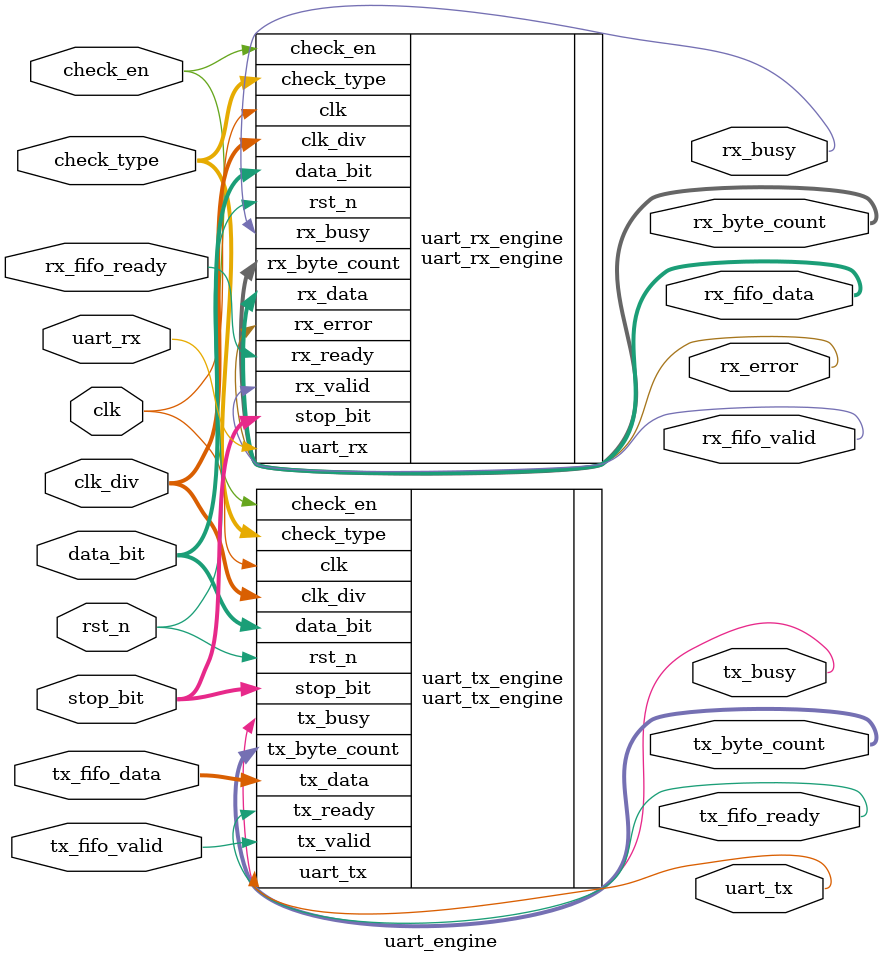
<source format=v>
`timescale 1ns / 1ps

module uart_engine (
    input wire clk,
    input wire rst_n,

    // config register
    input wire [31:0] clk_div,     // uart_clk_div_counter
    input wire        check_en,    // 0 for close, 1 for open 
    input wire [ 1:0] check_type,  // 00 for even, 01 for odd, 10 for mark, 11 for space  
    input wire [ 1:0] data_bit,    // 00 for 5, 01 for 6, 10 for 7, 11 for 8
    input wire [ 1:0] stop_bit,    // 00 for 1, 01 for 1.5, 10 for 2

    // fifo transmit
    input  wire [7:0] tx_fifo_data,
    input  wire       tx_fifo_valid,
    output wire       tx_fifo_ready,

    // fifo receive  
    output wire [7:0] rx_fifo_data,
    output wire       rx_fifo_valid,
    input  wire       rx_fifo_ready,

    // physics pin
    output wire uart_tx,
    input  wire uart_rx,

    // state register
    output wire        tx_busy,
    output wire        rx_busy,
    output wire        rx_error,
    output wire [15:0] tx_byte_count,
    output wire [15:0] rx_byte_count
);



  // UART tx module
  uart_tx_engine uart_tx_engine (
      .clk(clk),
      .rst_n(rst_n),
      .clk_div(clk_div),
      .tx_data(tx_fifo_data),
      .tx_valid(tx_fifo_valid),
      .check_en(check_en),
      .check_type(check_type),
      .data_bit(data_bit),
      .stop_bit(stop_bit),
      .tx_ready(tx_fifo_ready),
      .uart_tx(uart_tx),
      .tx_busy(tx_busy),
      .tx_byte_count(tx_byte_count)
  );

  // UART rx module  
  uart_rx_engine uart_rx_engine (
      .clk(clk),
      .rst_n(rst_n),
      .clk_div(clk_div),
      .check_en(check_en),
      .check_type(check_type),
      .data_bit(data_bit),
      .stop_bit(stop_bit),
      .rx_data(rx_fifo_data),
      .rx_valid(rx_fifo_valid),
      .rx_ready(rx_fifo_ready),
      .uart_rx(uart_rx),
      .rx_busy(rx_busy),
      .rx_error(rx_error),
      .rx_byte_count(rx_byte_count)
  );

endmodule

</source>
